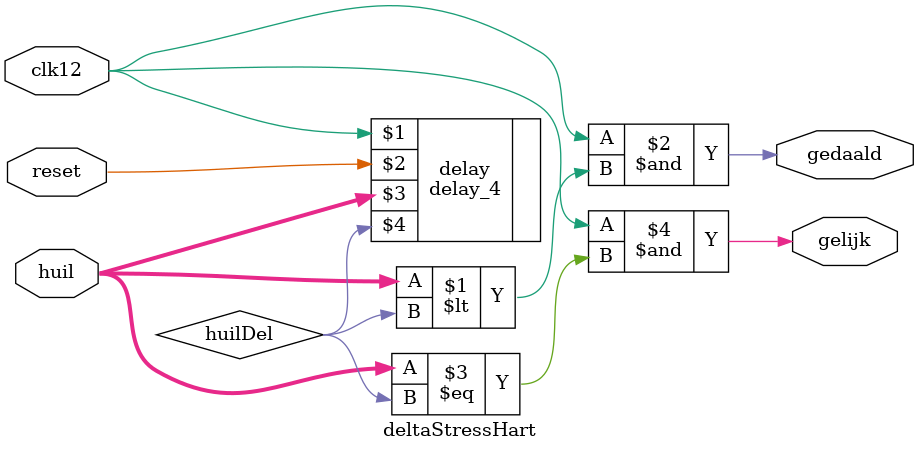
<source format=v>
module deltaStressHart(
		input reset,
		input clk12,
		input [3:0] huil,
		output gedaald,
		output gelijk
		);
	
	wire huilDel;
	
	delay_4 delay (clk12,reset,huil,huilDel);
	assign gedaald = clk12 & (huil<huilDel);
	assign gelijk = clk12 & (huil==huilDel);
	
endmodule

</source>
